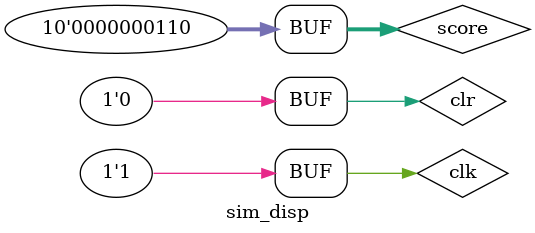
<source format=v>
`timescale 1ns / 1ps


module sim_disp;

	// Inputs
	reg clk;
	reg clr;
	reg [9:0] score;

	// Outputs
	wire [3:0] AN;
	wire [7:0] SEGMENT;
	wire SEGDT;
	wire SEGEN;
	wire SEGCLR;
	wire SEGCLK;

	// Instantiate the Unit Under Test (UUT)
	DipScore uut (
		.clk(clk), 
		.clr(clr), 
		.score(score), 
		.AN(AN), 
		.SEGMENT(SEGMENT), 
		.SEGDT(SEGDT), 
		.SEGEN(SEGEN), 
		.SEGCLR(SEGCLR), 
		.SEGCLK(SEGCLK)
	);

	initial begin
		// Initialize Inputs
		clk = 0;
		clr = 0;
		score = 0;

		// Wait 100 ns for global reset to finish
		#100;
      
		score=1;
		#100;
		score=2;
		#100;
		score=3;
		#120;
		score=3;
		#110;
		score=4;
		#90;
		score=5;
		#100;
		score=6;
		#120;
		  
		// Add stimulus here

	end
	
	always begin
	clk=1'b0;#20;
	clk=1'b1;#20;
	end
      
endmodule


</source>
